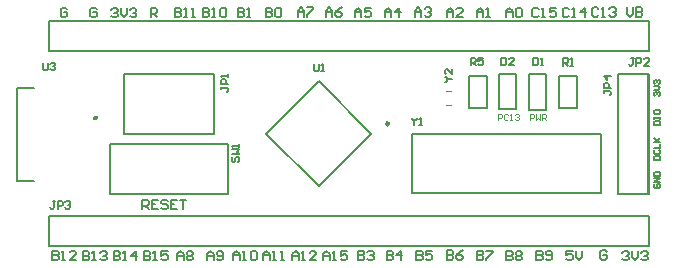
<source format=gbr>
%TF.GenerationSoftware,Altium Limited,Altium Designer,21.4.1 (30)*%
G04 Layer_Color=65535*
%FSLAX45Y45*%
%MOMM*%
%TF.SameCoordinates,07A852E0-A263-4F49-A737-320A16F82769*%
%TF.FilePolarity,Positive*%
%TF.FileFunction,Legend,Top*%
%TF.Part,Single*%
G01*
G75*
%TA.AperFunction,NonConductor*%
%ADD30C,0.20000*%
%ADD31C,0.12700*%
%ADD47C,0.40000*%
%ADD48C,0.25000*%
%ADD49C,0.10000*%
%ADD50C,0.10160*%
D30*
X7487920Y4191000D02*
X7747000D01*
Y3175000D02*
Y4191000D01*
X7487920Y3175000D02*
X7747000D01*
X7487920D02*
Y4191000D01*
X7482840D02*
X7741920D01*
Y3175000D02*
Y4191000D01*
X7482840Y3175000D02*
X7741920D01*
X7482840D02*
Y4191000D01*
X7721600Y2984500D02*
X7747000D01*
Y2730500D02*
Y2984500D01*
X2667000Y2730500D02*
Y2984500D01*
X7721600D01*
X2667000Y2730500D02*
X7747000D01*
X2667000Y4381500D02*
X7747000D01*
X2667000Y4635500D02*
X7721600D01*
X2667000Y4381500D02*
Y4635500D01*
X7747000Y4381500D02*
Y4635500D01*
X7721600D02*
X7747000D01*
X3302000Y3873500D02*
Y4191000D01*
Y3683000D02*
Y4000500D01*
Y3683000D02*
X4064000D01*
Y4191000D01*
X3302000D02*
X4064000D01*
X2400000Y3281000D02*
X2542240Y3281060D01*
X2400000Y4071000D02*
X2542240D01*
X2400000Y3281000D02*
Y4071000D01*
X4953000Y4128477D02*
X5398477Y3683000D01*
X4507523D02*
X4953000Y4128477D01*
X4507523Y3683000D02*
X4953000Y3237523D01*
X5398477Y3683000D01*
X7061200Y3903860D02*
X7137400D01*
Y3906400D02*
Y4170680D01*
X6985000D02*
X7137400D01*
X6985000Y3906400D02*
Y4170680D01*
Y3903860D02*
X7061200D01*
X6807200Y4189680D02*
X6878320Y4189800D01*
Y3887540D02*
Y4189800D01*
X6738620Y3887540D02*
X6878320D01*
X6736080D02*
Y4187260D01*
Y4189800D02*
X6807200Y4189680D01*
X6553200Y4190880D02*
X6624320Y4191000D01*
Y3888740D02*
Y4191000D01*
X6484620Y3888740D02*
X6624320D01*
X6482080D02*
Y4188460D01*
Y4191000D02*
X6553200Y4190880D01*
X6299200Y3903860D02*
X6375400D01*
Y3906400D02*
Y4170680D01*
X6223000D02*
X6375400D01*
X6223000Y3906400D02*
Y4170680D01*
Y3903860D02*
X6299200D01*
X3187700Y3175000D02*
Y3596640D01*
Y3175000D02*
X4180840D01*
X3187700Y3596640D02*
X4180840D01*
Y3175000D02*
Y3596640D01*
X7338900Y3429000D02*
Y3679000D01*
X5737860Y3679084D02*
X7338060Y3680460D01*
X5737860Y3178916D02*
Y3679084D01*
Y3178916D02*
X7338060Y3177540D01*
X7338900Y3179000D02*
Y3429000D01*
X2819056Y4737385D02*
X2805727Y4750714D01*
X2779069D01*
X2765740Y4737385D01*
Y4684069D01*
X2779069Y4670740D01*
X2805727D01*
X2819056Y4684069D01*
Y4710727D01*
X2792398D01*
X3070516Y4737385D02*
X3057187Y4750714D01*
X3030529D01*
X3017200Y4737385D01*
Y4684069D01*
X3030529Y4670740D01*
X3057187D01*
X3070516Y4684069D01*
Y4710727D01*
X3043858D01*
X3195000Y4734845D02*
X3208329Y4748174D01*
X3234987D01*
X3248316Y4734845D01*
Y4721516D01*
X3234987Y4708187D01*
X3221658D01*
X3234987D01*
X3248316Y4694858D01*
Y4681529D01*
X3234987Y4668200D01*
X3208329D01*
X3195000Y4681529D01*
X3274974Y4748174D02*
Y4694858D01*
X3301632Y4668200D01*
X3328290Y4694858D01*
Y4748174D01*
X3354948Y4734845D02*
X3368277Y4748174D01*
X3394936D01*
X3408264Y4734845D01*
Y4721516D01*
X3394936Y4708187D01*
X3381606D01*
X3394936D01*
X3408264Y4694858D01*
Y4681529D01*
X3394936Y4668200D01*
X3368277D01*
X3354948Y4681529D01*
X3730940Y4750714D02*
Y4670740D01*
X3770927D01*
X3784256Y4684069D01*
Y4697398D01*
X3770927Y4710727D01*
X3730940D01*
X3770927D01*
X3784256Y4724056D01*
Y4737385D01*
X3770927Y4750714D01*
X3730940D01*
X3810914Y4670740D02*
X3837572D01*
X3824243D01*
Y4750714D01*
X3810914Y4737385D01*
X3877559Y4670740D02*
X3904217D01*
X3890889D01*
Y4750714D01*
X3877559Y4737385D01*
X3458642Y3045140D02*
Y3125114D01*
X3498629D01*
X3511958Y3111785D01*
Y3085127D01*
X3498629Y3071798D01*
X3458642D01*
X3485300D02*
X3511958Y3045140D01*
X3591932Y3125114D02*
X3538616D01*
Y3045140D01*
X3591932D01*
X3538616Y3085127D02*
X3565274D01*
X3671906Y3111785D02*
X3658577Y3125114D01*
X3631919D01*
X3618590Y3111785D01*
Y3098456D01*
X3631919Y3085127D01*
X3658577D01*
X3671906Y3071798D01*
Y3058469D01*
X3658577Y3045140D01*
X3631919D01*
X3618590Y3058469D01*
X3751880Y3125114D02*
X3698564D01*
Y3045140D01*
X3751880D01*
X3698564Y3085127D02*
X3725222D01*
X3778538Y3125114D02*
X3831854D01*
X3805196D01*
Y3045140D01*
X7523160Y2677445D02*
X7536489Y2690774D01*
X7563147D01*
X7576476Y2677445D01*
Y2664116D01*
X7563147Y2650787D01*
X7549818D01*
X7563147D01*
X7576476Y2637458D01*
Y2624129D01*
X7563147Y2610800D01*
X7536489D01*
X7523160Y2624129D01*
X7603134Y2690774D02*
Y2637458D01*
X7629792Y2610800D01*
X7656450Y2637458D01*
Y2690774D01*
X7683108Y2677445D02*
X7696437Y2690774D01*
X7723096D01*
X7736424Y2677445D01*
Y2664116D01*
X7723096Y2650787D01*
X7709766D01*
X7723096D01*
X7736424Y2637458D01*
Y2624129D01*
X7723096Y2610800D01*
X7696437D01*
X7683108Y2624129D01*
X7388516Y2682525D02*
X7375187Y2695854D01*
X7348529D01*
X7335200Y2682525D01*
Y2629209D01*
X7348529Y2615880D01*
X7375187D01*
X7388516Y2629209D01*
Y2655867D01*
X7361858D01*
X7101295Y2693314D02*
X7047979D01*
Y2653327D01*
X7074637Y2666656D01*
X7087967D01*
X7101295Y2653327D01*
Y2626669D01*
X7087967Y2613340D01*
X7061308D01*
X7047979Y2626669D01*
X7127953Y2693314D02*
Y2639998D01*
X7154612Y2613340D01*
X7181270Y2639998D01*
Y2693314D01*
X6794180D02*
Y2613340D01*
X6834167D01*
X6847496Y2626669D01*
Y2639998D01*
X6834167Y2653327D01*
X6794180D01*
X6834167D01*
X6847496Y2666656D01*
Y2679985D01*
X6834167Y2693314D01*
X6794180D01*
X6874154Y2626669D02*
X6887483Y2613340D01*
X6914141D01*
X6927470Y2626669D01*
Y2679985D01*
X6914141Y2693314D01*
X6887483D01*
X6874154Y2679985D01*
Y2666656D01*
X6887483Y2653327D01*
X6927470D01*
X6540180Y2690774D02*
Y2610800D01*
X6580167D01*
X6593496Y2624129D01*
Y2637458D01*
X6580167Y2650787D01*
X6540180D01*
X6580167D01*
X6593496Y2664116D01*
Y2677445D01*
X6580167Y2690774D01*
X6540180D01*
X6620154Y2677445D02*
X6633483Y2690774D01*
X6660141D01*
X6673470Y2677445D01*
Y2664116D01*
X6660141Y2650787D01*
X6673470Y2637458D01*
Y2624129D01*
X6660141Y2610800D01*
X6633483D01*
X6620154Y2624129D01*
Y2637458D01*
X6633483Y2650787D01*
X6620154Y2664116D01*
Y2677445D01*
X6633483Y2650787D02*
X6660141D01*
X6291260Y2693314D02*
Y2613340D01*
X6331247D01*
X6344576Y2626669D01*
Y2639998D01*
X6331247Y2653327D01*
X6291260D01*
X6331247D01*
X6344576Y2666656D01*
Y2679985D01*
X6331247Y2693314D01*
X6291260D01*
X6371234D02*
X6424550D01*
Y2679985D01*
X6371234Y2626669D01*
Y2613340D01*
X6037260Y2695854D02*
Y2615880D01*
X6077247D01*
X6090576Y2629209D01*
Y2642538D01*
X6077247Y2655867D01*
X6037260D01*
X6077247D01*
X6090576Y2669196D01*
Y2682525D01*
X6077247Y2695854D01*
X6037260D01*
X6170550D02*
X6143892Y2682525D01*
X6117234Y2655867D01*
Y2629209D01*
X6130563Y2615880D01*
X6157221D01*
X6170550Y2629209D01*
Y2642538D01*
X6157221Y2655867D01*
X6117234D01*
X5777979Y2693314D02*
Y2613340D01*
X5817967D01*
X5831295Y2626669D01*
Y2639998D01*
X5817967Y2653327D01*
X5777979D01*
X5817967D01*
X5831295Y2666656D01*
Y2679985D01*
X5817967Y2693314D01*
X5777979D01*
X5911270D02*
X5857953D01*
Y2653327D01*
X5884612Y2666656D01*
X5897941D01*
X5911270Y2653327D01*
Y2626669D01*
X5897941Y2613340D01*
X5871283D01*
X5857953Y2626669D01*
X5526720Y2693314D02*
Y2613340D01*
X5566707D01*
X5580036Y2626669D01*
Y2639998D01*
X5566707Y2653327D01*
X5526720D01*
X5566707D01*
X5580036Y2666656D01*
Y2679985D01*
X5566707Y2693314D01*
X5526720D01*
X5646681Y2613340D02*
Y2693314D01*
X5606694Y2653327D01*
X5660010D01*
X5282880Y2693314D02*
Y2613340D01*
X5322867D01*
X5336196Y2626669D01*
Y2639998D01*
X5322867Y2653327D01*
X5282880D01*
X5322867D01*
X5336196Y2666656D01*
Y2679985D01*
X5322867Y2693314D01*
X5282880D01*
X5362854Y2679985D02*
X5376183Y2693314D01*
X5402841D01*
X5416170Y2679985D01*
Y2666656D01*
X5402841Y2653327D01*
X5389512D01*
X5402841D01*
X5416170Y2639998D01*
Y2626669D01*
X5402841Y2613340D01*
X5376183D01*
X5362854Y2626669D01*
X4990780Y2610800D02*
Y2664116D01*
X5017438Y2690774D01*
X5044096Y2664116D01*
Y2610800D01*
Y2650787D01*
X4990780D01*
X5070754Y2610800D02*
X5097412D01*
X5084083D01*
Y2690774D01*
X5070754Y2677445D01*
X5190716Y2690774D02*
X5137399D01*
Y2650787D01*
X5164057Y2664116D01*
X5177387D01*
X5190716Y2650787D01*
Y2624129D01*
X5177387Y2610800D01*
X5150729D01*
X5137399Y2624129D01*
X4729160Y2610800D02*
Y2664116D01*
X4755818Y2690774D01*
X4782476Y2664116D01*
Y2610800D01*
Y2650787D01*
X4729160D01*
X4809134Y2610800D02*
X4835792D01*
X4822463D01*
Y2690774D01*
X4809134Y2677445D01*
X4929096Y2610800D02*
X4875779D01*
X4929096Y2664116D01*
Y2677445D01*
X4915767Y2690774D01*
X4889109D01*
X4875779Y2677445D01*
X4482780Y2613340D02*
Y2666656D01*
X4509438Y2693314D01*
X4536096Y2666656D01*
Y2613340D01*
Y2653327D01*
X4482780D01*
X4562754Y2613340D02*
X4589412D01*
X4576083D01*
Y2693314D01*
X4562754Y2679985D01*
X4629399Y2613340D02*
X4656057D01*
X4642729D01*
Y2693314D01*
X4629399Y2679985D01*
X4228780Y2613340D02*
Y2666656D01*
X4255438Y2693314D01*
X4282096Y2666656D01*
Y2613340D01*
Y2653327D01*
X4228780D01*
X4308754Y2613340D02*
X4335412D01*
X4322083D01*
Y2693314D01*
X4308754Y2679985D01*
X4375399D02*
X4388729Y2693314D01*
X4415387D01*
X4428716Y2679985D01*
Y2626669D01*
X4415387Y2613340D01*
X4388729D01*
X4375399Y2626669D01*
Y2679985D01*
X4007800Y2610800D02*
Y2664116D01*
X4034458Y2690774D01*
X4061116Y2664116D01*
Y2610800D01*
Y2650787D01*
X4007800D01*
X4087774Y2624129D02*
X4101103Y2610800D01*
X4127761D01*
X4141090Y2624129D01*
Y2677445D01*
X4127761Y2690774D01*
X4101103D01*
X4087774Y2677445D01*
Y2664116D01*
X4101103Y2650787D01*
X4141090D01*
X3753800Y2610800D02*
Y2664116D01*
X3780458Y2690774D01*
X3807116Y2664116D01*
Y2610800D01*
Y2650787D01*
X3753800D01*
X3833774Y2677445D02*
X3847103Y2690774D01*
X3873761D01*
X3887090Y2677445D01*
Y2664116D01*
X3873761Y2650787D01*
X3887090Y2637458D01*
Y2624129D01*
X3873761Y2610800D01*
X3847103D01*
X3833774Y2624129D01*
Y2637458D01*
X3847103Y2650787D01*
X3833774Y2664116D01*
Y2677445D01*
X3847103Y2650787D02*
X3873761D01*
X3471860Y2690774D02*
Y2610800D01*
X3511847D01*
X3525176Y2624129D01*
Y2637458D01*
X3511847Y2650787D01*
X3471860D01*
X3511847D01*
X3525176Y2664116D01*
Y2677445D01*
X3511847Y2690774D01*
X3471860D01*
X3551834Y2610800D02*
X3578492D01*
X3565163D01*
Y2690774D01*
X3551834Y2677445D01*
X3671796Y2690774D02*
X3618479D01*
Y2650787D01*
X3645137Y2664116D01*
X3658467D01*
X3671796Y2650787D01*
Y2624129D01*
X3658467Y2610800D01*
X3631809D01*
X3618479Y2624129D01*
X3215320Y2690774D02*
Y2610800D01*
X3255307D01*
X3268636Y2624129D01*
Y2637458D01*
X3255307Y2650787D01*
X3215320D01*
X3255307D01*
X3268636Y2664116D01*
Y2677445D01*
X3255307Y2690774D01*
X3215320D01*
X3295294Y2610800D02*
X3321952D01*
X3308623D01*
Y2690774D01*
X3295294Y2677445D01*
X3401927Y2610800D02*
Y2690774D01*
X3361939Y2650787D01*
X3415256D01*
X2956240Y2690774D02*
Y2610800D01*
X2996227D01*
X3009556Y2624129D01*
Y2637458D01*
X2996227Y2650787D01*
X2956240D01*
X2996227D01*
X3009556Y2664116D01*
Y2677445D01*
X2996227Y2690774D01*
X2956240D01*
X3036214Y2610800D02*
X3062872D01*
X3049543D01*
Y2690774D01*
X3036214Y2677445D01*
X3102859D02*
X3116189Y2690774D01*
X3142847D01*
X3156176Y2677445D01*
Y2664116D01*
X3142847Y2650787D01*
X3129517D01*
X3142847D01*
X3156176Y2637458D01*
Y2624129D01*
X3142847Y2610800D01*
X3116189D01*
X3102859Y2624129D01*
X2697160Y2693314D02*
Y2613340D01*
X2737147D01*
X2750476Y2626669D01*
Y2639998D01*
X2737147Y2653327D01*
X2697160D01*
X2737147D01*
X2750476Y2666656D01*
Y2679985D01*
X2737147Y2693314D01*
X2697160D01*
X2777134Y2613340D02*
X2803792D01*
X2790463D01*
Y2693314D01*
X2777134Y2679985D01*
X2897096Y2613340D02*
X2843779D01*
X2897096Y2666656D01*
Y2679985D01*
X2883767Y2693314D01*
X2857109D01*
X2843779Y2679985D01*
X7558720Y4753254D02*
Y4699938D01*
X7585378Y4673280D01*
X7612036Y4699938D01*
Y4753254D01*
X7638694D02*
Y4673280D01*
X7678681D01*
X7692010Y4686609D01*
Y4699938D01*
X7678681Y4713267D01*
X7638694D01*
X7678681D01*
X7692010Y4726596D01*
Y4739925D01*
X7678681Y4753254D01*
X7638694D01*
X7319936Y4739925D02*
X7306607Y4753254D01*
X7279949D01*
X7266620Y4739925D01*
Y4686609D01*
X7279949Y4673280D01*
X7306607D01*
X7319936Y4686609D01*
X7346594Y4673280D02*
X7373252D01*
X7359923D01*
Y4753254D01*
X7346594Y4739925D01*
X7413239D02*
X7426569Y4753254D01*
X7453227D01*
X7466556Y4739925D01*
Y4726596D01*
X7453227Y4713267D01*
X7439897D01*
X7453227D01*
X7466556Y4699938D01*
Y4686609D01*
X7453227Y4673280D01*
X7426569D01*
X7413239Y4686609D01*
X7071016Y4737385D02*
X7057687Y4750714D01*
X7031029D01*
X7017700Y4737385D01*
Y4684069D01*
X7031029Y4670740D01*
X7057687D01*
X7071016Y4684069D01*
X7097674Y4670740D02*
X7124332D01*
X7111003D01*
Y4750714D01*
X7097674Y4737385D01*
X7204307Y4670740D02*
Y4750714D01*
X7164319Y4710727D01*
X7217636D01*
X6814476Y4737385D02*
X6801147Y4750714D01*
X6774489D01*
X6761160Y4737385D01*
Y4684069D01*
X6774489Y4670740D01*
X6801147D01*
X6814476Y4684069D01*
X6841134Y4670740D02*
X6867792D01*
X6854463D01*
Y4750714D01*
X6841134Y4737385D01*
X6961096Y4750714D02*
X6907779D01*
Y4710727D01*
X6934437Y4724056D01*
X6947767D01*
X6961096Y4710727D01*
Y4684069D01*
X6947767Y4670740D01*
X6921109D01*
X6907779Y4684069D01*
X6540180Y4670740D02*
Y4724056D01*
X6566838Y4750714D01*
X6593496Y4724056D01*
Y4670740D01*
Y4710727D01*
X6540180D01*
X6620154Y4737385D02*
X6633483Y4750714D01*
X6660141D01*
X6673470Y4737385D01*
Y4684069D01*
X6660141Y4670740D01*
X6633483D01*
X6620154Y4684069D01*
Y4737385D01*
X6291260Y4670740D02*
Y4724056D01*
X6317918Y4750714D01*
X6344576Y4724056D01*
Y4670740D01*
Y4710727D01*
X6291260D01*
X6371234Y4670740D02*
X6397892D01*
X6384563D01*
Y4750714D01*
X6371234Y4737385D01*
X6037260Y4670740D02*
Y4724056D01*
X6063918Y4750714D01*
X6090576Y4724056D01*
Y4670740D01*
Y4710727D01*
X6037260D01*
X6170550Y4670740D02*
X6117234D01*
X6170550Y4724056D01*
Y4737385D01*
X6157221Y4750714D01*
X6130563D01*
X6117234Y4737385D01*
X5768020Y4673280D02*
Y4726596D01*
X5794678Y4753254D01*
X5821336Y4726596D01*
Y4673280D01*
Y4713267D01*
X5768020D01*
X5847994Y4739925D02*
X5861323Y4753254D01*
X5887981D01*
X5901310Y4739925D01*
Y4726596D01*
X5887981Y4713267D01*
X5874652D01*
X5887981D01*
X5901310Y4699938D01*
Y4686609D01*
X5887981Y4673280D01*
X5861323D01*
X5847994Y4686609D01*
X5514020Y4670740D02*
Y4724056D01*
X5540678Y4750714D01*
X5567336Y4724056D01*
Y4670740D01*
Y4710727D01*
X5514020D01*
X5633981Y4670740D02*
Y4750714D01*
X5593994Y4710727D01*
X5647310D01*
X5260020Y4670740D02*
Y4724056D01*
X5286678Y4750714D01*
X5313336Y4724056D01*
Y4670740D01*
Y4710727D01*
X5260020D01*
X5393310Y4750714D02*
X5339994D01*
Y4710727D01*
X5366652Y4724056D01*
X5379981D01*
X5393310Y4710727D01*
Y4684069D01*
X5379981Y4670740D01*
X5353323D01*
X5339994Y4684069D01*
X5013640Y4673280D02*
Y4726596D01*
X5040298Y4753254D01*
X5066956Y4726596D01*
Y4673280D01*
Y4713267D01*
X5013640D01*
X5146930Y4753254D02*
X5120272Y4739925D01*
X5093614Y4713267D01*
Y4686609D01*
X5106943Y4673280D01*
X5133601D01*
X5146930Y4686609D01*
Y4699938D01*
X5133601Y4713267D01*
X5093614D01*
X4772340Y4673280D02*
Y4726596D01*
X4798998Y4753254D01*
X4825656Y4726596D01*
Y4673280D01*
Y4713267D01*
X4772340D01*
X4852314Y4753254D02*
X4905630D01*
Y4739925D01*
X4852314Y4686609D01*
Y4673280D01*
X4503100Y4750714D02*
Y4670740D01*
X4543087D01*
X4556416Y4684069D01*
Y4697398D01*
X4543087Y4710727D01*
X4503100D01*
X4543087D01*
X4556416Y4724056D01*
Y4737385D01*
X4543087Y4750714D01*
X4503100D01*
X4583074Y4737385D02*
X4596403Y4750714D01*
X4623061D01*
X4636390Y4737385D01*
Y4684069D01*
X4623061Y4670740D01*
X4596403D01*
X4583074Y4684069D01*
Y4737385D01*
X4264340Y4750714D02*
Y4670740D01*
X4304327D01*
X4317656Y4684069D01*
Y4697398D01*
X4304327Y4710727D01*
X4264340D01*
X4304327D01*
X4317656Y4724056D01*
Y4737385D01*
X4304327Y4750714D01*
X4264340D01*
X4344314Y4670740D02*
X4370972D01*
X4357643D01*
Y4750714D01*
X4344314Y4737385D01*
X3969700Y4750714D02*
Y4670740D01*
X4009687D01*
X4023016Y4684069D01*
Y4697398D01*
X4009687Y4710727D01*
X3969700D01*
X4009687D01*
X4023016Y4724056D01*
Y4737385D01*
X4009687Y4750714D01*
X3969700D01*
X4049674Y4670740D02*
X4076332D01*
X4063003D01*
Y4750714D01*
X4049674Y4737385D01*
X4116319D02*
X4129649Y4750714D01*
X4156307D01*
X4169636Y4737385D01*
Y4684069D01*
X4156307Y4670740D01*
X4129649D01*
X4116319Y4684069D01*
Y4737385D01*
X3527740Y4670740D02*
Y4750714D01*
X3567727D01*
X3581056Y4737385D01*
Y4710727D01*
X3567727Y4697398D01*
X3527740D01*
X3554398D02*
X3581056Y4670740D01*
D31*
X4910681Y4276080D02*
Y4223180D01*
X4921260Y4212600D01*
X4942420D01*
X4953000Y4223180D01*
Y4276080D01*
X4974160Y4212600D02*
X4995320D01*
X4984740D01*
Y4276080D01*
X4974160Y4265500D01*
X7798660Y4005580D02*
X7790197Y4014044D01*
Y4030972D01*
X7798660Y4039436D01*
X7807124D01*
X7815588Y4030972D01*
Y4022508D01*
Y4030972D01*
X7824052Y4039436D01*
X7832516D01*
X7840980Y4030972D01*
Y4014044D01*
X7832516Y4005580D01*
X7790197Y4056363D02*
X7824052D01*
X7840980Y4073291D01*
X7824052Y4090219D01*
X7790197D01*
X7798660Y4107147D02*
X7790197Y4115611D01*
Y4132539D01*
X7798660Y4141003D01*
X7807124D01*
X7815588Y4132539D01*
Y4124075D01*
Y4132539D01*
X7824052Y4141003D01*
X7832516D01*
X7840980Y4132539D01*
Y4115611D01*
X7832516Y4107147D01*
X7792737Y3754120D02*
X7843520D01*
Y3779512D01*
X7835056Y3787976D01*
X7801200D01*
X7792737Y3779512D01*
Y3754120D01*
Y3804903D02*
Y3821831D01*
Y3813368D01*
X7843520D01*
Y3804903D01*
Y3821831D01*
X7792737Y3872615D02*
Y3855687D01*
X7801200Y3847223D01*
X7835056D01*
X7843520Y3855687D01*
Y3872615D01*
X7835056Y3881079D01*
X7801200D01*
X7792737Y3872615D01*
Y3456940D02*
X7843520D01*
Y3482332D01*
X7835056Y3490796D01*
X7801200D01*
X7792737Y3482332D01*
Y3456940D01*
X7801200Y3541579D02*
X7792737Y3533115D01*
Y3516188D01*
X7801200Y3507723D01*
X7835056D01*
X7843520Y3516188D01*
Y3533115D01*
X7835056Y3541579D01*
X7792737Y3558507D02*
X7843520D01*
Y3592363D01*
X7792737Y3609290D02*
X7843520D01*
X7826592D01*
X7792737Y3643146D01*
X7818128Y3617755D01*
X7843520Y3643146D01*
X7801200Y3259656D02*
X7792737Y3251192D01*
Y3234264D01*
X7801200Y3225800D01*
X7835056D01*
X7843520Y3234264D01*
Y3251192D01*
X7835056Y3259656D01*
X7818128D01*
Y3242728D01*
X7843520Y3276583D02*
X7792737D01*
X7843520Y3310439D01*
X7792737D01*
Y3327367D02*
X7843520D01*
Y3352759D01*
X7835056Y3361223D01*
X7801200D01*
X7792737Y3352759D01*
Y3327367D01*
X2721201Y3112760D02*
X2700041D01*
X2710621D01*
Y3059860D01*
X2700041Y3049280D01*
X2689461D01*
X2678881Y3059860D01*
X2742360Y3049280D02*
Y3112760D01*
X2774100D01*
X2784680Y3102180D01*
Y3081020D01*
X2774100Y3070440D01*
X2742360D01*
X2805840Y3102180D02*
X2816420Y3112760D01*
X2837580D01*
X2848159Y3102180D01*
Y3091600D01*
X2837580Y3081020D01*
X2826999D01*
X2837580D01*
X2848159Y3070440D01*
Y3059860D01*
X2837580Y3049280D01*
X2816420D01*
X2805840Y3059860D01*
X7620861Y4324340D02*
X7599701D01*
X7610281D01*
Y4271440D01*
X7599701Y4260860D01*
X7589121D01*
X7578541Y4271440D01*
X7642020Y4260860D02*
Y4324340D01*
X7673760D01*
X7684340Y4313760D01*
Y4292600D01*
X7673760Y4282020D01*
X7642020D01*
X7747819Y4260860D02*
X7705500D01*
X7747819Y4303180D01*
Y4313760D01*
X7737240Y4324340D01*
X7716080D01*
X7705500Y4313760D01*
X6017340Y4123521D02*
X6027920D01*
X6049080Y4144681D01*
X6027920Y4165841D01*
X6017340D01*
X6049080Y4144681D02*
X6080819D01*
Y4229320D02*
Y4187001D01*
X6038500Y4229320D01*
X6027920D01*
X6017340Y4218740D01*
Y4197580D01*
X6027920Y4187001D01*
X5740400Y3820139D02*
Y3809560D01*
X5761560Y3788400D01*
X5782720Y3809560D01*
Y3820139D01*
X5761560Y3788400D02*
Y3756660D01*
X5803879D02*
X5825039D01*
X5814459D01*
Y3820139D01*
X5803879Y3809560D01*
X2616640Y4286240D02*
Y4233340D01*
X2627220Y4222760D01*
X2648380D01*
X2658960Y4233340D01*
Y4286240D01*
X2680120Y4275660D02*
X2690700Y4286240D01*
X2711860D01*
X2722440Y4275660D01*
Y4265080D01*
X2711860Y4254500D01*
X2701280D01*
X2711860D01*
X2722440Y4243920D01*
Y4233340D01*
X2711860Y4222760D01*
X2690700D01*
X2680120Y4233340D01*
X4226134Y3487621D02*
X4215554Y3477041D01*
Y3455881D01*
X4226134Y3445301D01*
X4236714D01*
X4247294Y3455881D01*
Y3477041D01*
X4257874Y3487621D01*
X4268454D01*
X4279034Y3477041D01*
Y3455881D01*
X4268454Y3445301D01*
X4215554Y3508780D02*
X4279034D01*
X4257874Y3529940D01*
X4279034Y3551100D01*
X4215554D01*
X4279034Y3572260D02*
Y3593420D01*
Y3582840D01*
X4215554D01*
X4226134Y3572260D01*
X6238680Y4263400D02*
Y4326880D01*
X6270420D01*
X6281000Y4316300D01*
Y4295140D01*
X6270420Y4284560D01*
X6238680D01*
X6259840D02*
X6281000Y4263400D01*
X6344480Y4326880D02*
X6302160D01*
Y4295140D01*
X6323320Y4305720D01*
X6333900D01*
X6344480Y4295140D01*
Y4273980D01*
X6333900Y4263400D01*
X6312740D01*
X6302160Y4273980D01*
X7018881Y4260860D02*
Y4324340D01*
X7050620D01*
X7061200Y4313760D01*
Y4292600D01*
X7050620Y4282020D01*
X7018881D01*
X7040040D02*
X7061200Y4260860D01*
X7082360D02*
X7103520D01*
X7092940D01*
Y4324340D01*
X7082360Y4313760D01*
X7364740Y4052161D02*
Y4031001D01*
Y4041581D01*
X7417640D01*
X7428220Y4031001D01*
Y4020421D01*
X7417640Y4009841D01*
X7428220Y4073320D02*
X7364740D01*
Y4105060D01*
X7375320Y4115640D01*
X7396480D01*
X7407060Y4105060D01*
Y4073320D01*
X7428220Y4168540D02*
X7364740D01*
X7396480Y4136800D01*
Y4179119D01*
X4123700Y4080521D02*
Y4059361D01*
Y4069941D01*
X4176599D01*
X4187179Y4059361D01*
Y4048781D01*
X4176599Y4038201D01*
X4187179Y4101680D02*
X4123700D01*
Y4133420D01*
X4134280Y4144000D01*
X4155439D01*
X4166020Y4133420D01*
Y4101680D01*
X4187179Y4165160D02*
Y4186320D01*
Y4175740D01*
X4123700D01*
X4134280Y4165160D01*
X6497760Y4326880D02*
Y4263400D01*
X6529500D01*
X6540080Y4273980D01*
Y4316300D01*
X6529500Y4326880D01*
X6497760D01*
X6603560Y4263400D02*
X6561240D01*
X6603560Y4305720D01*
Y4316300D01*
X6592980Y4326880D01*
X6571820D01*
X6561240Y4316300D01*
X6767421Y4326880D02*
Y4263400D01*
X6799160D01*
X6809740Y4273980D01*
Y4316300D01*
X6799160Y4326880D01*
X6767421D01*
X6830900Y4263400D02*
X6852060D01*
X6841480D01*
Y4326880D01*
X6830900Y4316300D01*
D47*
X3062940Y3817000D02*
G03*
X3062940Y3817000I-2540J0D01*
G01*
D48*
X5547095Y3769621D02*
G03*
X5547095Y3769621I-12500J0D01*
G01*
D49*
X6029080Y3927800D02*
X6069080D01*
X6029080Y4047800D02*
X6069080D01*
D50*
X6743700Y3802380D02*
Y3853163D01*
X6769092D01*
X6777556Y3844700D01*
Y3827772D01*
X6769092Y3819308D01*
X6743700D01*
X6794483Y3853163D02*
Y3802380D01*
X6811411Y3819308D01*
X6828339Y3802380D01*
Y3853163D01*
X6845267Y3802380D02*
Y3853163D01*
X6870659D01*
X6879123Y3844700D01*
Y3827772D01*
X6870659Y3819308D01*
X6845267D01*
X6862195D02*
X6879123Y3802380D01*
X6469380D02*
Y3853163D01*
X6494772D01*
X6503236Y3844700D01*
Y3827772D01*
X6494772Y3819308D01*
X6469380D01*
X6554019Y3844700D02*
X6545555Y3853163D01*
X6528628D01*
X6520163Y3844700D01*
Y3810844D01*
X6528628Y3802380D01*
X6545555D01*
X6554019Y3810844D01*
X6570947Y3802380D02*
X6587875D01*
X6579411D01*
Y3853163D01*
X6570947Y3844700D01*
X6613267D02*
X6621731Y3853163D01*
X6638659D01*
X6647122Y3844700D01*
Y3836236D01*
X6638659Y3827772D01*
X6630195D01*
X6638659D01*
X6647122Y3819308D01*
Y3810844D01*
X6638659Y3802380D01*
X6621731D01*
X6613267Y3810844D01*
%TF.MD5,aa138219ffb457d9ecb1ba4f36ce5cb4*%
M02*

</source>
